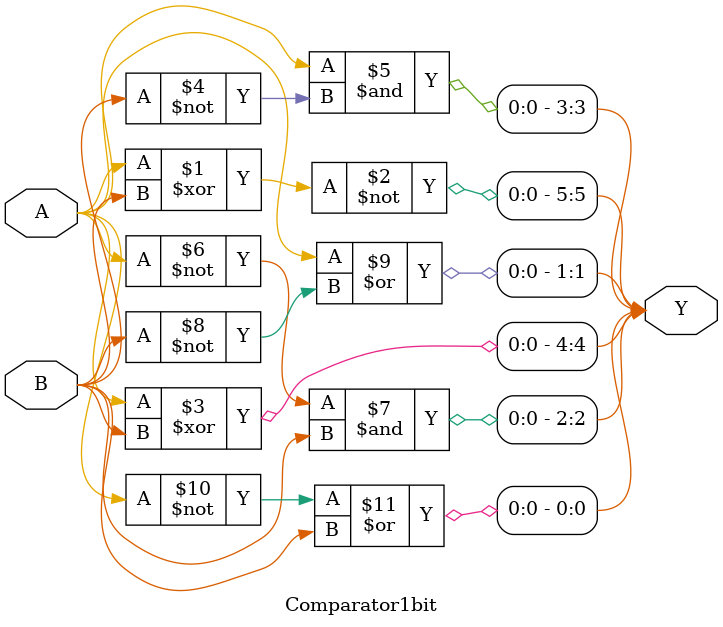
<source format=v>
`timescale 1ns/1ns

module Comparator1bit (A,B,Y);
    
    input A,B;
    output [5:0] Y;

    assign Y[5] = ~((A)^(B));
    assign Y[4] = ((A)^(B));
    assign Y[3] = ((A)&(~(B)));
    assign Y[2] = ((~(A))&(B));
    assign Y[1] = ((A)|(~(B)));
    assign Y[0] = ((~(A))|(B));
    
endmodule
</source>
